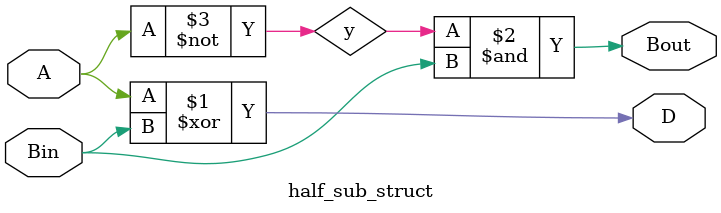
<source format=v>
module half_sub_struct(output D,Bout,input A,Bin);
    wire y;
    xor g1(D,A,Bin);
    not g2(y,A);
    and(Bout,y,Bin);
endmodule
    
    
</source>
